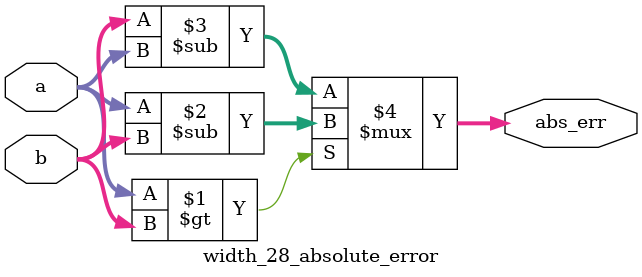
<source format=v>
module width_28_absolute_error(a, b, abs_err);
parameter _bit = 28;
input [_bit - 1: 0] a;
input [_bit - 1: 0] b;
output reg [_bit - 1: 0] abs_err;
assign abs_err = (a > b)? (a - b): (b - a);
endmodule

</source>
